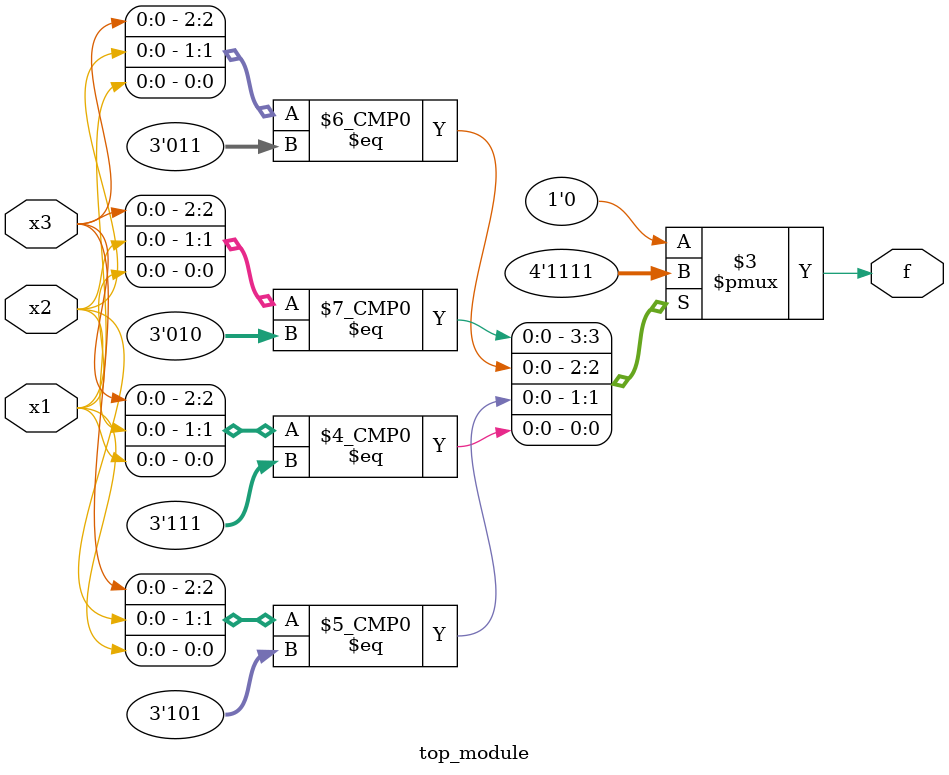
<source format=v>
module top_module( 
    input x3,
    input x2,
    input x1,  // three inputs
    output f   // one output
);
    
    always @(*) begin
        case ({x3, x2, x1})
            3'd2: f = 1;
            3'd3: f = 1;
            3'd5: f = 1;
            3'd7: f = 1;
            default: f = 0;
        endcase
    end

endmodule

</source>
